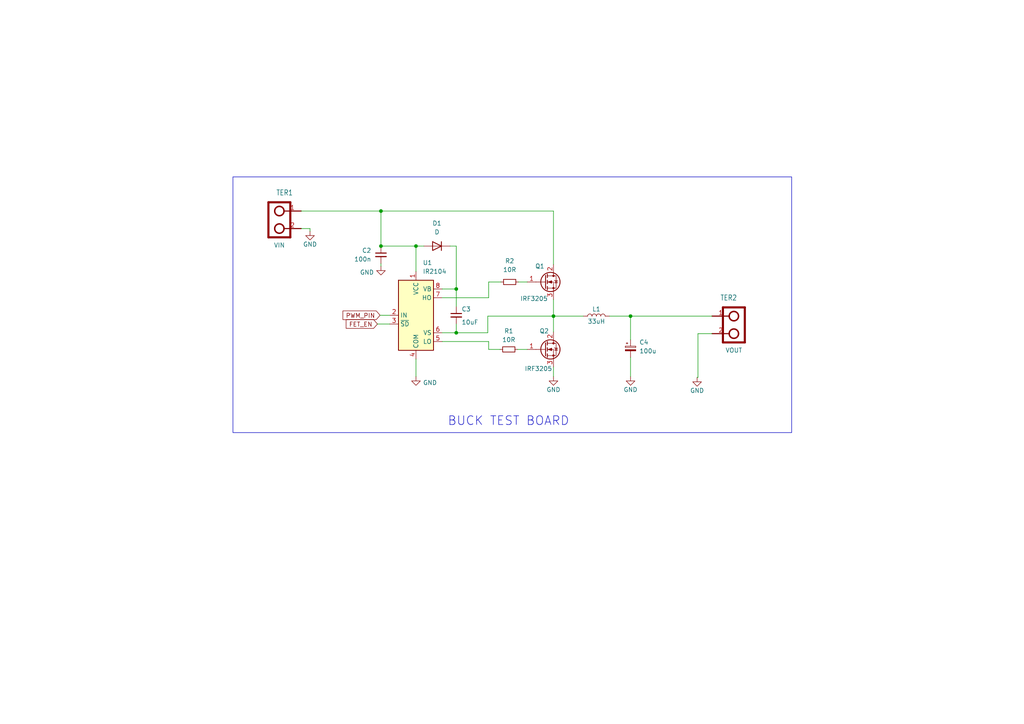
<source format=kicad_sch>
(kicad_sch (version 20230121) (generator eeschema)
  (paper "A4")
  (lib_symbols
    (symbol "Device:C_Polarized_Small" (pin_numbers hide) (pin_names (offset 0.254) hide)
      (property "Reference" "C" (at 0.254 1.778 0))
      (property "Value" "C_Polarized_Small" (at 0.254 -2.032 0))
      (symbol "C_Polarized_Small_0_1"
        (rectangle (start -1.524 -0.3048) (end 1.524 -0.6858) (fill (type outline)))
        (rectangle (start -1.524 0.6858) (end 1.524 0.3048))
        (polyline (pts (xy -1.27 1.524) (xy -0.762 1.524)))
        (polyline (pts (xy -1.016 1.27) (xy -1.016 1.778)))
      )
      (symbol "C_Polarized_Small_1_1"
        (pin passive line (at 0 2.54 270) (length 1.8542) (name "~") (number "1"))
        (pin passive line (at 0 -2.54 90) (length 1.8542) (name "~") (number "2"))
      )
    )
    (symbol "Device:C_Small" (pin_numbers hide) (pin_names (offset 0.254) hide)
      (property "Reference" "C" (at 0.254 1.778 0))
      (property "Value" "C_Small" (at 0.254 -2.032 0))
      (symbol "C_Small_0_1"
        (polyline (pts (xy -1.524 -0.508) (xy 1.524 -0.508)) (stroke (width 0.3302)))
        (polyline (pts (xy -1.524 0.508) (xy 1.524 0.508)) (stroke (width 0.3048)))
      )
      (symbol "C_Small_1_1"
        (pin passive line (at 0 2.54 270) (length 2.032) (name "~") (number "1"))
        (pin passive line (at 0 -2.54 90) (length 2.032) (name "~") (number "2"))
      )
    )
    (symbol "Device:D" (pin_numbers hide) (pin_names (offset 1.016) hide)
      (property "Reference" "D" (at 0 2.54 0))
      (property "Value" "D" (at 0 -2.54 0))
      (symbol "D_0_1"
        (polyline (pts (xy -1.27 1.27) (xy -1.27 -1.27)) (stroke (width 0.254)))
        (polyline (pts (xy 1.27 0) (xy -1.27 0)))
        (polyline (pts (xy 1.27 1.27) (xy 1.27 -1.27) (xy -1.27 0) (xy 1.27 1.27)) (stroke (width 0.254)))
      )
      (symbol "D_1_1"
        (pin passive line (at -3.81 0 0) (length 2.54) (name "K") (number "1"))
        (pin passive line (at 3.81 0 180) (length 2.54) (name "A") (number "2"))
      )
    )
    (symbol "Device:L" (pin_numbers hide) (pin_names (offset 1.016) hide)
      (property "Reference" "L" (at -1.27 0 90))
      (property "Value" "L" (at 1.905 0 90))
      (symbol "L_0_1"
        (arc (start 0 -2.54) (mid 0.6323 -1.905) (end 0 -1.27))
        (arc (start 0 -1.27) (mid 0.6323 -0.635) (end 0 0))
        (arc (start 0 0) (mid 0.6323 0.635) (end 0 1.27))
        (arc (start 0 1.27) (mid 0.6323 1.905) (end 0 2.54))
      )
      (symbol "L_1_1"
        (pin passive line (at 0 3.81 270) (length 1.27) (name "1") (number "1"))
        (pin passive line (at 0 -3.81 90) (length 1.27) (name "2") (number "2"))
      )
    )
    (symbol "Device:R_Small" (pin_numbers hide) (pin_names (offset 0.254) hide)
      (property "Reference" "R" (at 0.762 0.508 0))
      (property "Value" "R_Small" (at 0.762 -1.016 0))
      (symbol "R_Small_0_1"
        (rectangle (start -0.762 1.778) (end 0.762 -1.778) (stroke (width 0.2032)))
      )
      (symbol "R_Small_1_1"
        (pin passive line (at 0 2.54 270) (length 0.762) (name "~") (number "1"))
        (pin passive line (at 0 -2.54 90) (length 0.762) (name "~") (number "2"))
      )
    )
    (symbol "Driver_FET:IR2104"
      (property "Reference" "U" (at 1.27 13.335 0))
      (property "Value" "IR2104" (at 1.27 11.43 0))
      (symbol "IR2104_0_1"
        (rectangle (start -5.08 -10.16) (end 5.08 10.16) (stroke (width 0.254)) (fill (type background)))
      )
      (symbol "IR2104_1_1"
        (pin power_in line (at 0 12.7 270) (length 2.54) (name "VCC") (number "1"))
        (pin input line (at -7.62 0 0) (length 2.54) (name "IN") (number "2"))
        (pin input line (at -7.62 -2.54 0) (length 2.54) (name "~{SD}") (number "3"))
        (pin power_in line (at 0 -12.7 90) (length 2.54) (name "COM") (number "4"))
        (pin output line (at 7.62 -7.62 180) (length 2.54) (name "LO") (number "5"))
        (pin passive line (at 7.62 -5.08 180) (length 2.54) (name "VS") (number "6"))
        (pin output line (at 7.62 5.08 180) (length 2.54) (name "HO") (number "7"))
        (pin passive line (at 7.62 7.62 180) (length 2.54) (name "VB") (number "8"))
      )
    )
    (symbol "Project232-eagle-import:DOMINO-2"
      (property "Reference" "TER" (at -2.54 6.985 0))
      (symbol "DOMINO-2_1_0"
        (polyline (pts (xy -1.905 -5.08) (xy -1.905 5.08)) (stroke (width 0.6096)))
        (polyline (pts (xy -1.905 5.08) (xy 4.445 5.08)) (stroke (width 0.6096)))
        (polyline (pts (xy 4.445 -5.08) (xy -1.905 -5.08)) (stroke (width 0.6096)))
        (polyline (pts (xy 4.445 5.08) (xy 4.445 -5.08)) (stroke (width 0.6096)))
        (polyline (pts (xy 7.62 -2.54) (xy 2.54 -2.54)) (stroke (width 0.3048)))
        (polyline (pts (xy 7.62 2.54) (xy 2.54 2.54)) (stroke (width 0.3048)))
        (circle (center 1.27 -2.54) (radius 1.27) (stroke (width 0.254)))
        (circle (center 1.27 -2.54) (radius 1.4199) (stroke (width 0.3048)))
        (circle (center 1.27 2.54) (radius 1.27) (stroke (width 0.254)))
        (circle (center 1.27 2.54) (radius 1.4199) (stroke (width 0.3048)))
        (pin bidirectional line (at 7.62 2.54 180) (length 5.08) (name "1") (number "1"))
        (pin bidirectional line (at 7.62 -2.54 180) (length 5.08) (name "2") (number "2"))
      )
    )
    (symbol "Transistor_FET:IRF3205" (pin_names hide)
      (property "Reference" "Q" (at 6.35 1.905 0))
      (property "Value" "IRF3205" (at 6.35 0 0))
      (symbol "IRF3205_0_1"
        (polyline (pts (xy 0.254 0) (xy -2.54 0)))
        (polyline (pts (xy 0.254 1.905) (xy 0.254 -1.905)) (stroke (width 0.254)))
        (polyline (pts (xy 0.762 -1.27) (xy 0.762 -2.286)) (stroke (width 0.254)))
        (polyline (pts (xy 0.762 0.508) (xy 0.762 -0.508)) (stroke (width 0.254)))
        (polyline (pts (xy 0.762 2.286) (xy 0.762 1.27)) (stroke (width 0.254)))
        (polyline (pts (xy 2.54 2.54) (xy 2.54 1.778)))
        (polyline (pts (xy 2.54 -2.54) (xy 2.54 0) (xy 0.762 0)))
        (polyline (pts (xy 0.762 -1.778) (xy 3.302 -1.778) (xy 3.302 1.778) (xy 0.762 1.778)))
        (polyline (pts (xy 1.016 0) (xy 2.032 0.381) (xy 2.032 -0.381) (xy 1.016 0)) (fill (type outline)))
        (polyline (pts (xy 2.794 0.508) (xy 2.921 0.381) (xy 3.683 0.381) (xy 3.81 0.254)))
        (polyline (pts (xy 3.302 0.381) (xy 2.921 -0.254) (xy 3.683 -0.254) (xy 3.302 0.381)))
        (circle (center 1.651 0) (radius 2.794) (stroke (width 0.254)))
        (circle (center 2.54 -1.778) (radius 0.254) (fill (type outline)))
        (circle (center 2.54 1.778) (radius 0.254) (fill (type outline)))
      )
      (symbol "IRF3205_1_1"
        (pin input line (at -5.08 0 0) (length 2.54) (name "G") (number "1"))
        (pin passive line (at 2.54 5.08 270) (length 2.54) (name "D") (number "2"))
        (pin passive line (at 2.54 -5.08 90) (length 2.54) (name "S") (number "3"))
      )
    )
    (symbol "power:GND" (power) (pin_names (offset 0))
      (property "Value" "GND" (at 0 -3.81 0))
      (symbol "GND_0_1"
        (polyline (pts (xy 0 0) (xy 0 -1.27) (xy 1.27 -1.27) (xy 0 -2.54) (xy -1.27 -1.27) (xy 0 -1.27)))
      )
      (symbol "GND_1_1"
        (pin power_in line (at 0 0 270) (length 0) hide (name "GND") (number "1"))
      )
    )
  )
  (junction (at 110.49 71.374))
  (junction (at 182.88 91.694))
  (junction (at 132.334 83.82))
  (junction (at 160.528 91.694))
  (junction (at 120.65 71.374))
  (junction (at 110.49 61.214))
  (junction (at 132.334 96.52))
  (wire (pts (xy 176.784 91.694) (xy 182.88 91.694)))
  (wire (pts (xy 160.528 61.214) (xy 110.49 61.214)))
  (wire (pts (xy 160.528 86.868) (xy 160.528 91.694)))
  (wire (pts (xy 132.334 93.98) (xy 132.334 96.52)))
  (wire (pts (xy 87.376 61.214) (xy 110.49 61.214)))
  (wire (pts (xy 120.65 71.374) (xy 122.936 71.374)))
  (wire (pts (xy 141.478 91.694) (xy 160.528 91.694)))
  (wire (pts (xy 128.27 96.52) (xy 132.334 96.52)))
  (wire (pts (xy 128.27 99.06) (xy 141.732 99.06)))
  (wire (pts (xy 132.334 83.82) (xy 132.334 88.9)))
  (wire (pts (xy 182.88 91.694) (xy 206.502 91.694)))
  (wire (pts (xy 141.732 81.788) (xy 145.288 81.788)))
  (wire (pts (xy 202.438 96.774) (xy 206.502 96.774)))
  (wire (pts (xy 109.474 93.98) (xy 113.03 93.98)))
  (wire (pts (xy 110.49 71.374) (xy 120.65 71.374)))
  (wire (pts (xy 150.114 101.346) (xy 152.908 101.346)))
  (wire (pts (xy 110.49 76.454) (xy 110.49 77.216)))
  (wire (pts (xy 152.908 81.788) (xy 150.368 81.788)))
  (wire (pts (xy 160.528 91.694) (xy 160.528 96.266)))
  (wire (pts (xy 110.49 61.214) (xy 110.49 71.374)))
  (wire (pts (xy 160.528 106.426) (xy 160.528 109.22)))
  (wire (pts (xy 130.556 71.374) (xy 132.334 71.374)))
  (wire (pts (xy 132.334 71.374) (xy 132.334 83.82)))
  (wire (pts (xy 202.438 109.474) (xy 202.438 96.774)))
  (wire (pts (xy 128.27 83.82) (xy 132.334 83.82)))
  (wire (pts (xy 110.236 91.44) (xy 113.03 91.44)))
  (wire (pts (xy 89.916 66.294) (xy 87.376 66.294)))
  (wire (pts (xy 160.528 76.708) (xy 160.528 61.214)))
  (wire (pts (xy 182.88 91.694) (xy 182.88 98.552)))
  (wire (pts (xy 120.65 104.14) (xy 120.65 109.22)))
  (wire (pts (xy 120.65 78.74) (xy 120.65 71.374)))
  (wire (pts (xy 160.528 91.694) (xy 169.164 91.694)))
  (wire (pts (xy 141.732 86.36) (xy 141.732 81.788)))
  (wire (pts (xy 182.88 103.632) (xy 182.88 109.22)))
  (wire (pts (xy 89.916 67.056) (xy 89.916 66.294)))
  (wire (pts (xy 128.27 86.36) (xy 141.732 86.36)))
  (wire (pts (xy 202.184 109.474) (xy 202.438 109.474)))
  (wire (pts (xy 141.478 96.52) (xy 141.478 91.694)))
  (wire (pts (xy 141.732 99.06) (xy 141.732 101.346)))
  (wire (pts (xy 141.732 101.346) (xy 145.034 101.346)))
  (wire (pts (xy 132.334 96.52) (xy 141.478 96.52)))
  (rectangle (start 67.564 51.308) (end 229.616 125.476))
  (text "BUCK TEST BOARD" (at 129.794 123.698 0) (effects (font (size 2.54 2.54)) (justify left bottom)))
  (global_label "PWM_PIN" (shape input) (at 110.236 91.44 180) (property "Intersheetrefs" "${INTERSHEET_REFS}" (effects hide)))
  (global_label "FET_EN" (shape input) (at 109.474 93.98 180) (property "Intersheetrefs" "${INTERSHEET_REFS}" (effects hide)))
  (symbol (lib_id "power:GND") (at 120.65 109.22 0) (unit 1)
    (property "Reference" "#PWR02" (effects hide))
    (property "Value" "GND" (at 124.714 110.998 0))
  )
  (symbol (lib_id "Device:C_Polarized_Small") (at 182.88 101.092 0) (unit 1)
    (property "Reference" "C4" (at 185.42 99.2759 0) (effects (justify left)))
    (property "Value" "100u" (at 185.42 101.8159 0) (effects (justify left)))
  )
  (symbol (lib_id "power:GND") (at 182.88 109.22 0) (unit 1)
    (property "Reference" "#PWR04" (effects hide))
    (property "Value" "GND" (at 182.88 113.03 0))
  )
  (symbol (lib_id "Device:D") (at 126.746 71.374 0) (mirror y) (unit 1)
    (property "Reference" "D1" (at 126.746 64.77 0))
    (property "Value" "D" (at 126.746 67.31 0))
    (property "Sim.Device" "D" (effects hide))
    (property "Sim.Pins" "1=K 2=A" (effects hide))
  )
  (symbol (lib_id "Transistor_FET:IRF3205") (at 157.988 81.788 0) (unit 1)
    (property "Reference" "Q1" (at 155.194 77.216 0) (effects (justify left)))
    (property "Value" "IRF3205" (at 150.876 86.614 0) (effects (justify left)))
    (property "Footprint" "Package_TO_SOT_THT:TO-220-3_Vertical" (effects hide))
    (property "Datasheet" "http://www.irf.com/product-info/datasheets/data/irf3205.pdf" (effects hide))
  )
  (symbol (lib_id "power:GND") (at 202.184 109.474 0) (unit 1)
    (property "Reference" "#PWR05" (effects hide))
    (property "Value" "GND" (at 202.184 113.284 0))
  )
  (symbol (lib_id "Device:R_Small") (at 147.574 101.346 90) (unit 1)
    (property "Reference" "R1" (at 147.574 96.012 90))
    (property "Value" "10R" (at 147.574 98.552 90))
  )
  (symbol (lib_id "Device:C_Small") (at 110.49 73.914 0) (mirror y) (unit 1)
    (property "Reference" "C2" (at 107.696 72.6503 0) (effects (justify left)))
    (property "Value" "100n" (at 107.696 75.1903 0) (effects (justify left)))
  )
  (symbol (lib_id "Transistor_FET:IRF3205") (at 157.988 101.346 0) (unit 1)
    (property "Reference" "Q2" (at 156.464 96.012 0) (effects (justify left)))
    (property "Value" "IRF3205" (at 152.146 106.934 0) (effects (justify left)))
    (property "Footprint" "Package_TO_SOT_THT:TO-220-3_Vertical" (effects hide))
    (property "Datasheet" "http://www.irf.com/product-info/datasheets/data/irf3205.pdf" (effects hide))
  )
  (symbol (lib_id "Project232-eagle-import:DOMINO-2") (at 79.756 63.754 0) (unit 1)
    (property "Reference" "TER1" (at 82.5373 55.88 0) (effects (font (size 1.524 1.2954))))
    (property "Value" "VIN" (at 81.026 71.12 0))
    (property "Footprint" "Project232:DOMI-2" (effects hide))
  )
  (symbol (lib_id "power:GND") (at 89.916 67.056 0) (unit 1)
    (property "Reference" "#PWR06" (effects hide))
    (property "Value" "GND" (at 89.916 70.866 0))
  )
  (symbol (lib_id "Device:C_Small") (at 132.334 91.44 0) (unit 1)
    (property "Reference" "C3" (at 133.858 89.662 0) (effects (justify left)))
    (property "Value" "10uF" (at 133.858 93.472 0) (effects (justify left)))
  )
  (symbol (lib_id "Driver_FET:IR2104") (at 120.65 91.44 0) (unit 1)
    (property "Reference" "U1" (at 122.6059 76.2 0) (effects (justify left)))
    (property "Value" "IR2104" (at 122.6059 78.74 0) (effects (justify left)))
    (property "Datasheet" "https://www.infineon.com/dgdl/ir2104.pdf?fileId=5546d462533600a4015355c7c1c31671" (effects hide))
  )
  (symbol (lib_id "power:GND") (at 110.49 77.216 0) (mirror y) (unit 1)
    (property "Reference" "#PWR01" (effects hide))
    (property "Value" "GND" (at 106.426 78.994 0))
  )
  (symbol (lib_id "power:GND") (at 160.528 109.22 0) (unit 1)
    (property "Reference" "#PWR03" (effects hide))
    (property "Value" "GND" (at 160.528 113.03 0))
  )
  (symbol (lib_id "Device:R_Small") (at 147.828 81.788 90) (unit 1)
    (property "Reference" "R2" (at 147.828 75.692 90))
    (property "Value" "10R" (at 147.828 78.232 90))
  )
  (symbol (lib_id "Device:L") (at 172.974 91.694 90) (unit 1)
    (property "Reference" "L1" (at 172.974 89.662 90))
    (property "Value" "33uH" (at 172.974 93.218 90))
  )
  (symbol (lib_id "Project232-eagle-import:DOMINO-2") (at 214.122 94.234 0) (mirror y) (unit 1)
    (property "Reference" "TER2" (at 211.3407 86.36 0) (effects (font (size 1.524 1.2954))))
    (property "Value" "VOUT" (at 212.852 101.6 0))
    (property "Footprint" "Project232:DOMI-2" (effects hide))
  )
)
</source>
